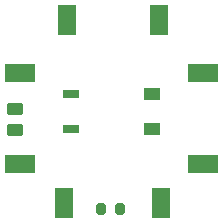
<source format=gts>
G04 #@! TF.GenerationSoftware,KiCad,Pcbnew,(6.0.2-0)*
G04 #@! TF.CreationDate,2022-08-03T13:24:13+02:00*
G04 #@! TF.ProjectId,optical-amoeba,6f707469-6361-46c2-9d61-6d6f6562612e,rev?*
G04 #@! TF.SameCoordinates,Original*
G04 #@! TF.FileFunction,Soldermask,Top*
G04 #@! TF.FilePolarity,Negative*
%FSLAX46Y46*%
G04 Gerber Fmt 4.6, Leading zero omitted, Abs format (unit mm)*
G04 Created by KiCad (PCBNEW (6.0.2-0)) date 2022-08-03 13:24:13*
%MOMM*%
%LPD*%
G01*
G04 APERTURE LIST*
G04 Aperture macros list*
%AMRoundRect*
0 Rectangle with rounded corners*
0 $1 Rounding radius*
0 $2 $3 $4 $5 $6 $7 $8 $9 X,Y pos of 4 corners*
0 Add a 4 corners polygon primitive as box body*
4,1,4,$2,$3,$4,$5,$6,$7,$8,$9,$2,$3,0*
0 Add four circle primitives for the rounded corners*
1,1,$1+$1,$2,$3*
1,1,$1+$1,$4,$5*
1,1,$1+$1,$6,$7*
1,1,$1+$1,$8,$9*
0 Add four rect primitives between the rounded corners*
20,1,$1+$1,$2,$3,$4,$5,0*
20,1,$1+$1,$4,$5,$6,$7,0*
20,1,$1+$1,$6,$7,$8,$9,0*
20,1,$1+$1,$8,$9,$2,$3,0*%
G04 Aperture macros list end*
%ADD10RoundRect,0.250000X0.450000X-0.262500X0.450000X0.262500X-0.450000X0.262500X-0.450000X-0.262500X0*%
%ADD11RoundRect,0.200000X0.200000X0.275000X-0.200000X0.275000X-0.200000X-0.275000X0.200000X-0.275000X0*%
%ADD12R,1.400000X0.800000*%
%ADD13R,1.400000X1.000000*%
%ADD14R,2.500000X1.500000*%
%ADD15R,1.500000X2.500000*%
G04 APERTURE END LIST*
D10*
X91800000Y-101612500D03*
X91800000Y-99787500D03*
D11*
X100725000Y-108300000D03*
X99075000Y-108300000D03*
D12*
X96600000Y-98512500D03*
X96600000Y-101512500D03*
D13*
X103400000Y-98500000D03*
X103400000Y-101500000D03*
D14*
X107750000Y-104450000D03*
X107750000Y-96750000D03*
X92250000Y-104450000D03*
X92250000Y-96750000D03*
D15*
X104150000Y-107750000D03*
X95950000Y-107750000D03*
X104000000Y-92250000D03*
X96250000Y-92250000D03*
M02*

</source>
